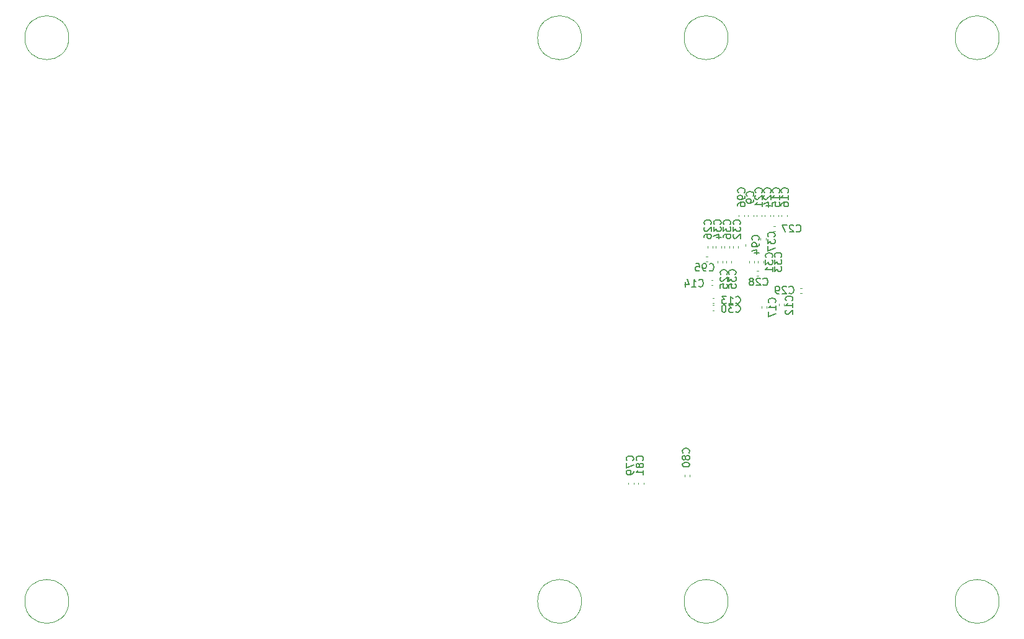
<source format=gbr>
%TF.GenerationSoftware,KiCad,Pcbnew,5.1.10-88a1d61d58~88~ubuntu20.04.1*%
%TF.CreationDate,2021-07-12T14:39:34+08:00*%
%TF.ProjectId,TestAutomation,54657374-4175-4746-9f6d-6174696f6e2e,rev?*%
%TF.SameCoordinates,Original*%
%TF.FileFunction,Legend,Bot*%
%TF.FilePolarity,Positive*%
%FSLAX46Y46*%
G04 Gerber Fmt 4.6, Leading zero omitted, Abs format (unit mm)*
G04 Created by KiCad (PCBNEW 5.1.10-88a1d61d58~88~ubuntu20.04.1) date 2021-07-12 14:39:34*
%MOMM*%
%LPD*%
G01*
G04 APERTURE LIST*
%ADD10C,0.120000*%
%ADD11C,0.150000*%
G04 APERTURE END LIST*
D10*
%TO.C,M3*%
X156000000Y-57000000D02*
G75*
G03*
X156000000Y-57000000I-3000000J0D01*
G01*
X156000000Y-134000000D02*
G75*
G03*
X156000000Y-134000000I-3000000J0D01*
G01*
X176000000Y-57000000D02*
G75*
G03*
X176000000Y-57000000I-3000000J0D01*
G01*
X176000000Y-134000000D02*
G75*
G03*
X176000000Y-134000000I-3000000J0D01*
G01*
X213000000Y-57000000D02*
G75*
G03*
X213000000Y-57000000I-3000000J0D01*
G01*
X86000000Y-57000000D02*
G75*
G03*
X86000000Y-57000000I-3000000J0D01*
G01*
X86000000Y-134000000D02*
G75*
G03*
X86000000Y-134000000I-3000000J0D01*
G01*
X213000000Y-134000000D02*
G75*
G03*
X213000000Y-134000000I-3000000J0D01*
G01*
%TO.C,C96*%
X178200000Y-81212164D02*
X178200000Y-81427836D01*
X177480000Y-81212164D02*
X177480000Y-81427836D01*
%TO.C,C95*%
X172982164Y-86890000D02*
X173197836Y-86890000D01*
X172982164Y-87610000D02*
X173197836Y-87610000D01*
%TO.C,C94*%
X179140000Y-85222164D02*
X179140000Y-85437836D01*
X178420000Y-85222164D02*
X178420000Y-85437836D01*
%TO.C,C24*%
X181007664Y-81212164D02*
X181007664Y-81427836D01*
X181727664Y-81212164D02*
X181727664Y-81427836D01*
%TO.C,C21*%
X179863832Y-81212164D02*
X179863832Y-81427836D01*
X180583832Y-81212164D02*
X180583832Y-81427836D01*
%TO.C,C81*%
X163740000Y-117977836D02*
X163740000Y-117762164D01*
X164460000Y-117977836D02*
X164460000Y-117762164D01*
%TO.C,C80*%
X170060000Y-116927836D02*
X170060000Y-116712164D01*
X170780000Y-116927836D02*
X170780000Y-116712164D01*
%TO.C,C79*%
X162402500Y-117977836D02*
X162402500Y-117762164D01*
X163122500Y-117977836D02*
X163122500Y-117762164D01*
%TO.C,C17*%
X180560000Y-93927836D02*
X180560000Y-93712164D01*
X181280000Y-93927836D02*
X181280000Y-93712164D01*
%TO.C,C16*%
X184015330Y-81212164D02*
X184015330Y-81427836D01*
X183295330Y-81212164D02*
X183295330Y-81427836D01*
%TO.C,C37*%
X181150000Y-84362164D02*
X181150000Y-84577836D01*
X180430000Y-84362164D02*
X180430000Y-84577836D01*
%TO.C,C15*%
X182871496Y-81212164D02*
X182871496Y-81427836D01*
X182151496Y-81212164D02*
X182151496Y-81427836D01*
%TO.C,C36*%
X176220000Y-85482164D02*
X176220000Y-85697836D01*
X175500000Y-85482164D02*
X175500000Y-85697836D01*
%TO.C,C35*%
X176470000Y-87532164D02*
X176470000Y-87747836D01*
X175750000Y-87532164D02*
X175750000Y-87747836D01*
%TO.C,C14*%
X173692164Y-90800000D02*
X173907836Y-90800000D01*
X173692164Y-90080000D02*
X173907836Y-90080000D01*
%TO.C,C34*%
X175070000Y-85482164D02*
X175070000Y-85697836D01*
X174350000Y-85482164D02*
X174350000Y-85697836D01*
%TO.C,C33*%
X180804000Y-87532164D02*
X180804000Y-87747836D01*
X180084000Y-87532164D02*
X180084000Y-87747836D01*
%TO.C,C13*%
X173862164Y-92540000D02*
X174077836Y-92540000D01*
X173862164Y-93260000D02*
X174077836Y-93260000D01*
%TO.C,C32*%
X177370000Y-85482164D02*
X177370000Y-85697836D01*
X176650000Y-85482164D02*
X176650000Y-85697836D01*
%TO.C,C31*%
X179607000Y-87532164D02*
X179607000Y-87747836D01*
X178887000Y-87532164D02*
X178887000Y-87747836D01*
%TO.C,C12*%
X182930000Y-93547836D02*
X182930000Y-93332164D01*
X183650000Y-93547836D02*
X183650000Y-93332164D01*
%TO.C,C30*%
X173862164Y-93540000D02*
X174077836Y-93540000D01*
X173862164Y-94260000D02*
X174077836Y-94260000D01*
%TO.C,C29*%
X186077836Y-91930000D02*
X185862164Y-91930000D01*
X186077836Y-91210000D02*
X185862164Y-91210000D01*
%TO.C,C28*%
X179922164Y-88820000D02*
X180137836Y-88820000D01*
X179922164Y-89540000D02*
X180137836Y-89540000D01*
%TO.C,C27*%
X182232164Y-82720000D02*
X182447836Y-82720000D01*
X182232164Y-83440000D02*
X182447836Y-83440000D01*
%TO.C,C26*%
X173200000Y-85697836D02*
X173200000Y-85482164D01*
X173920000Y-85697836D02*
X173920000Y-85482164D01*
%TO.C,C25*%
X174550000Y-87747836D02*
X174550000Y-87532164D01*
X175270000Y-87747836D02*
X175270000Y-87532164D01*
%TO.C,C9*%
X178720000Y-81427836D02*
X178720000Y-81212164D01*
X179440000Y-81427836D02*
X179440000Y-81212164D01*
%TO.C,C96*%
D11*
X178217142Y-78147142D02*
X178264761Y-78099523D01*
X178312380Y-77956666D01*
X178312380Y-77861428D01*
X178264761Y-77718571D01*
X178169523Y-77623333D01*
X178074285Y-77575714D01*
X177883809Y-77528095D01*
X177740952Y-77528095D01*
X177550476Y-77575714D01*
X177455238Y-77623333D01*
X177360000Y-77718571D01*
X177312380Y-77861428D01*
X177312380Y-77956666D01*
X177360000Y-78099523D01*
X177407619Y-78147142D01*
X178312380Y-78623333D02*
X178312380Y-78813809D01*
X178264761Y-78909047D01*
X178217142Y-78956666D01*
X178074285Y-79051904D01*
X177883809Y-79099523D01*
X177502857Y-79099523D01*
X177407619Y-79051904D01*
X177360000Y-79004285D01*
X177312380Y-78909047D01*
X177312380Y-78718571D01*
X177360000Y-78623333D01*
X177407619Y-78575714D01*
X177502857Y-78528095D01*
X177740952Y-78528095D01*
X177836190Y-78575714D01*
X177883809Y-78623333D01*
X177931428Y-78718571D01*
X177931428Y-78909047D01*
X177883809Y-79004285D01*
X177836190Y-79051904D01*
X177740952Y-79099523D01*
X177312380Y-79956666D02*
X177312380Y-79766190D01*
X177360000Y-79670952D01*
X177407619Y-79623333D01*
X177550476Y-79528095D01*
X177740952Y-79480476D01*
X178121904Y-79480476D01*
X178217142Y-79528095D01*
X178264761Y-79575714D01*
X178312380Y-79670952D01*
X178312380Y-79861428D01*
X178264761Y-79956666D01*
X178217142Y-80004285D01*
X178121904Y-80051904D01*
X177883809Y-80051904D01*
X177788571Y-80004285D01*
X177740952Y-79956666D01*
X177693333Y-79861428D01*
X177693333Y-79670952D01*
X177740952Y-79575714D01*
X177788571Y-79528095D01*
X177883809Y-79480476D01*
%TO.C,C95*%
X173432857Y-88767142D02*
X173480476Y-88814761D01*
X173623333Y-88862380D01*
X173718571Y-88862380D01*
X173861428Y-88814761D01*
X173956666Y-88719523D01*
X174004285Y-88624285D01*
X174051904Y-88433809D01*
X174051904Y-88290952D01*
X174004285Y-88100476D01*
X173956666Y-88005238D01*
X173861428Y-87910000D01*
X173718571Y-87862380D01*
X173623333Y-87862380D01*
X173480476Y-87910000D01*
X173432857Y-87957619D01*
X172956666Y-88862380D02*
X172766190Y-88862380D01*
X172670952Y-88814761D01*
X172623333Y-88767142D01*
X172528095Y-88624285D01*
X172480476Y-88433809D01*
X172480476Y-88052857D01*
X172528095Y-87957619D01*
X172575714Y-87910000D01*
X172670952Y-87862380D01*
X172861428Y-87862380D01*
X172956666Y-87910000D01*
X173004285Y-87957619D01*
X173051904Y-88052857D01*
X173051904Y-88290952D01*
X173004285Y-88386190D01*
X172956666Y-88433809D01*
X172861428Y-88481428D01*
X172670952Y-88481428D01*
X172575714Y-88433809D01*
X172528095Y-88386190D01*
X172480476Y-88290952D01*
X171575714Y-87862380D02*
X172051904Y-87862380D01*
X172099523Y-88338571D01*
X172051904Y-88290952D01*
X171956666Y-88243333D01*
X171718571Y-88243333D01*
X171623333Y-88290952D01*
X171575714Y-88338571D01*
X171528095Y-88433809D01*
X171528095Y-88671904D01*
X171575714Y-88767142D01*
X171623333Y-88814761D01*
X171718571Y-88862380D01*
X171956666Y-88862380D01*
X172051904Y-88814761D01*
X172099523Y-88767142D01*
%TO.C,C94*%
X180157142Y-84607142D02*
X180204761Y-84559523D01*
X180252380Y-84416666D01*
X180252380Y-84321428D01*
X180204761Y-84178571D01*
X180109523Y-84083333D01*
X180014285Y-84035714D01*
X179823809Y-83988095D01*
X179680952Y-83988095D01*
X179490476Y-84035714D01*
X179395238Y-84083333D01*
X179300000Y-84178571D01*
X179252380Y-84321428D01*
X179252380Y-84416666D01*
X179300000Y-84559523D01*
X179347619Y-84607142D01*
X180252380Y-85083333D02*
X180252380Y-85273809D01*
X180204761Y-85369047D01*
X180157142Y-85416666D01*
X180014285Y-85511904D01*
X179823809Y-85559523D01*
X179442857Y-85559523D01*
X179347619Y-85511904D01*
X179300000Y-85464285D01*
X179252380Y-85369047D01*
X179252380Y-85178571D01*
X179300000Y-85083333D01*
X179347619Y-85035714D01*
X179442857Y-84988095D01*
X179680952Y-84988095D01*
X179776190Y-85035714D01*
X179823809Y-85083333D01*
X179871428Y-85178571D01*
X179871428Y-85369047D01*
X179823809Y-85464285D01*
X179776190Y-85511904D01*
X179680952Y-85559523D01*
X179585714Y-86416666D02*
X180252380Y-86416666D01*
X179204761Y-86178571D02*
X179919047Y-85940476D01*
X179919047Y-86559523D01*
%TO.C,C24*%
X181775142Y-78147142D02*
X181822761Y-78099523D01*
X181870380Y-77956666D01*
X181870380Y-77861428D01*
X181822761Y-77718571D01*
X181727523Y-77623333D01*
X181632285Y-77575714D01*
X181441809Y-77528095D01*
X181298952Y-77528095D01*
X181108476Y-77575714D01*
X181013238Y-77623333D01*
X180918000Y-77718571D01*
X180870380Y-77861428D01*
X180870380Y-77956666D01*
X180918000Y-78099523D01*
X180965619Y-78147142D01*
X180965619Y-78528095D02*
X180918000Y-78575714D01*
X180870380Y-78670952D01*
X180870380Y-78909047D01*
X180918000Y-79004285D01*
X180965619Y-79051904D01*
X181060857Y-79099523D01*
X181156095Y-79099523D01*
X181298952Y-79051904D01*
X181870380Y-78480476D01*
X181870380Y-79099523D01*
X181203714Y-79956666D02*
X181870380Y-79956666D01*
X180822761Y-79718571D02*
X181537047Y-79480476D01*
X181537047Y-80099523D01*
%TO.C,C21*%
X180589142Y-78147142D02*
X180636761Y-78099523D01*
X180684380Y-77956666D01*
X180684380Y-77861428D01*
X180636761Y-77718571D01*
X180541523Y-77623333D01*
X180446285Y-77575714D01*
X180255809Y-77528095D01*
X180112952Y-77528095D01*
X179922476Y-77575714D01*
X179827238Y-77623333D01*
X179732000Y-77718571D01*
X179684380Y-77861428D01*
X179684380Y-77956666D01*
X179732000Y-78099523D01*
X179779619Y-78147142D01*
X179779619Y-78528095D02*
X179732000Y-78575714D01*
X179684380Y-78670952D01*
X179684380Y-78909047D01*
X179732000Y-79004285D01*
X179779619Y-79051904D01*
X179874857Y-79099523D01*
X179970095Y-79099523D01*
X180112952Y-79051904D01*
X180684380Y-78480476D01*
X180684380Y-79099523D01*
X180684380Y-80051904D02*
X180684380Y-79480476D01*
X180684380Y-79766190D02*
X179684380Y-79766190D01*
X179827238Y-79670952D01*
X179922476Y-79575714D01*
X179970095Y-79480476D01*
%TO.C,C81*%
X164347142Y-114757142D02*
X164394761Y-114709523D01*
X164442380Y-114566666D01*
X164442380Y-114471428D01*
X164394761Y-114328571D01*
X164299523Y-114233333D01*
X164204285Y-114185714D01*
X164013809Y-114138095D01*
X163870952Y-114138095D01*
X163680476Y-114185714D01*
X163585238Y-114233333D01*
X163490000Y-114328571D01*
X163442380Y-114471428D01*
X163442380Y-114566666D01*
X163490000Y-114709523D01*
X163537619Y-114757142D01*
X163870952Y-115328571D02*
X163823333Y-115233333D01*
X163775714Y-115185714D01*
X163680476Y-115138095D01*
X163632857Y-115138095D01*
X163537619Y-115185714D01*
X163490000Y-115233333D01*
X163442380Y-115328571D01*
X163442380Y-115519047D01*
X163490000Y-115614285D01*
X163537619Y-115661904D01*
X163632857Y-115709523D01*
X163680476Y-115709523D01*
X163775714Y-115661904D01*
X163823333Y-115614285D01*
X163870952Y-115519047D01*
X163870952Y-115328571D01*
X163918571Y-115233333D01*
X163966190Y-115185714D01*
X164061428Y-115138095D01*
X164251904Y-115138095D01*
X164347142Y-115185714D01*
X164394761Y-115233333D01*
X164442380Y-115328571D01*
X164442380Y-115519047D01*
X164394761Y-115614285D01*
X164347142Y-115661904D01*
X164251904Y-115709523D01*
X164061428Y-115709523D01*
X163966190Y-115661904D01*
X163918571Y-115614285D01*
X163870952Y-115519047D01*
X164442380Y-116661904D02*
X164442380Y-116090476D01*
X164442380Y-116376190D02*
X163442380Y-116376190D01*
X163585238Y-116280952D01*
X163680476Y-116185714D01*
X163728095Y-116090476D01*
%TO.C,C80*%
X170667142Y-113707142D02*
X170714761Y-113659523D01*
X170762380Y-113516666D01*
X170762380Y-113421428D01*
X170714761Y-113278571D01*
X170619523Y-113183333D01*
X170524285Y-113135714D01*
X170333809Y-113088095D01*
X170190952Y-113088095D01*
X170000476Y-113135714D01*
X169905238Y-113183333D01*
X169810000Y-113278571D01*
X169762380Y-113421428D01*
X169762380Y-113516666D01*
X169810000Y-113659523D01*
X169857619Y-113707142D01*
X170190952Y-114278571D02*
X170143333Y-114183333D01*
X170095714Y-114135714D01*
X170000476Y-114088095D01*
X169952857Y-114088095D01*
X169857619Y-114135714D01*
X169810000Y-114183333D01*
X169762380Y-114278571D01*
X169762380Y-114469047D01*
X169810000Y-114564285D01*
X169857619Y-114611904D01*
X169952857Y-114659523D01*
X170000476Y-114659523D01*
X170095714Y-114611904D01*
X170143333Y-114564285D01*
X170190952Y-114469047D01*
X170190952Y-114278571D01*
X170238571Y-114183333D01*
X170286190Y-114135714D01*
X170381428Y-114088095D01*
X170571904Y-114088095D01*
X170667142Y-114135714D01*
X170714761Y-114183333D01*
X170762380Y-114278571D01*
X170762380Y-114469047D01*
X170714761Y-114564285D01*
X170667142Y-114611904D01*
X170571904Y-114659523D01*
X170381428Y-114659523D01*
X170286190Y-114611904D01*
X170238571Y-114564285D01*
X170190952Y-114469047D01*
X169762380Y-115278571D02*
X169762380Y-115373809D01*
X169810000Y-115469047D01*
X169857619Y-115516666D01*
X169952857Y-115564285D01*
X170143333Y-115611904D01*
X170381428Y-115611904D01*
X170571904Y-115564285D01*
X170667142Y-115516666D01*
X170714761Y-115469047D01*
X170762380Y-115373809D01*
X170762380Y-115278571D01*
X170714761Y-115183333D01*
X170667142Y-115135714D01*
X170571904Y-115088095D01*
X170381428Y-115040476D01*
X170143333Y-115040476D01*
X169952857Y-115088095D01*
X169857619Y-115135714D01*
X169810000Y-115183333D01*
X169762380Y-115278571D01*
%TO.C,C79*%
X163009642Y-114757142D02*
X163057261Y-114709523D01*
X163104880Y-114566666D01*
X163104880Y-114471428D01*
X163057261Y-114328571D01*
X162962023Y-114233333D01*
X162866785Y-114185714D01*
X162676309Y-114138095D01*
X162533452Y-114138095D01*
X162342976Y-114185714D01*
X162247738Y-114233333D01*
X162152500Y-114328571D01*
X162104880Y-114471428D01*
X162104880Y-114566666D01*
X162152500Y-114709523D01*
X162200119Y-114757142D01*
X162104880Y-115090476D02*
X162104880Y-115757142D01*
X163104880Y-115328571D01*
X163104880Y-116185714D02*
X163104880Y-116376190D01*
X163057261Y-116471428D01*
X163009642Y-116519047D01*
X162866785Y-116614285D01*
X162676309Y-116661904D01*
X162295357Y-116661904D01*
X162200119Y-116614285D01*
X162152500Y-116566666D01*
X162104880Y-116471428D01*
X162104880Y-116280952D01*
X162152500Y-116185714D01*
X162200119Y-116138095D01*
X162295357Y-116090476D01*
X162533452Y-116090476D01*
X162628690Y-116138095D01*
X162676309Y-116185714D01*
X162723928Y-116280952D01*
X162723928Y-116471428D01*
X162676309Y-116566666D01*
X162628690Y-116614285D01*
X162533452Y-116661904D01*
%TO.C,C17*%
X182407142Y-93187142D02*
X182454761Y-93139523D01*
X182502380Y-92996666D01*
X182502380Y-92901428D01*
X182454761Y-92758571D01*
X182359523Y-92663333D01*
X182264285Y-92615714D01*
X182073809Y-92568095D01*
X181930952Y-92568095D01*
X181740476Y-92615714D01*
X181645238Y-92663333D01*
X181550000Y-92758571D01*
X181502380Y-92901428D01*
X181502380Y-92996666D01*
X181550000Y-93139523D01*
X181597619Y-93187142D01*
X182502380Y-94139523D02*
X182502380Y-93568095D01*
X182502380Y-93853809D02*
X181502380Y-93853809D01*
X181645238Y-93758571D01*
X181740476Y-93663333D01*
X181788095Y-93568095D01*
X181502380Y-94472857D02*
X181502380Y-95139523D01*
X182502380Y-94710952D01*
%TO.C,C16*%
X184147142Y-78147142D02*
X184194761Y-78099523D01*
X184242380Y-77956666D01*
X184242380Y-77861428D01*
X184194761Y-77718571D01*
X184099523Y-77623333D01*
X184004285Y-77575714D01*
X183813809Y-77528095D01*
X183670952Y-77528095D01*
X183480476Y-77575714D01*
X183385238Y-77623333D01*
X183290000Y-77718571D01*
X183242380Y-77861428D01*
X183242380Y-77956666D01*
X183290000Y-78099523D01*
X183337619Y-78147142D01*
X184242380Y-79099523D02*
X184242380Y-78528095D01*
X184242380Y-78813809D02*
X183242380Y-78813809D01*
X183385238Y-78718571D01*
X183480476Y-78623333D01*
X183528095Y-78528095D01*
X183242380Y-79956666D02*
X183242380Y-79766190D01*
X183290000Y-79670952D01*
X183337619Y-79623333D01*
X183480476Y-79528095D01*
X183670952Y-79480476D01*
X184051904Y-79480476D01*
X184147142Y-79528095D01*
X184194761Y-79575714D01*
X184242380Y-79670952D01*
X184242380Y-79861428D01*
X184194761Y-79956666D01*
X184147142Y-80004285D01*
X184051904Y-80051904D01*
X183813809Y-80051904D01*
X183718571Y-80004285D01*
X183670952Y-79956666D01*
X183623333Y-79861428D01*
X183623333Y-79670952D01*
X183670952Y-79575714D01*
X183718571Y-79528095D01*
X183813809Y-79480476D01*
%TO.C,C37*%
X182307142Y-84187142D02*
X182354761Y-84139523D01*
X182402380Y-83996666D01*
X182402380Y-83901428D01*
X182354761Y-83758571D01*
X182259523Y-83663333D01*
X182164285Y-83615714D01*
X181973809Y-83568095D01*
X181830952Y-83568095D01*
X181640476Y-83615714D01*
X181545238Y-83663333D01*
X181450000Y-83758571D01*
X181402380Y-83901428D01*
X181402380Y-83996666D01*
X181450000Y-84139523D01*
X181497619Y-84187142D01*
X181402380Y-84520476D02*
X181402380Y-85139523D01*
X181783333Y-84806190D01*
X181783333Y-84949047D01*
X181830952Y-85044285D01*
X181878571Y-85091904D01*
X181973809Y-85139523D01*
X182211904Y-85139523D01*
X182307142Y-85091904D01*
X182354761Y-85044285D01*
X182402380Y-84949047D01*
X182402380Y-84663333D01*
X182354761Y-84568095D01*
X182307142Y-84520476D01*
X181402380Y-85472857D02*
X181402380Y-86139523D01*
X182402380Y-85710952D01*
%TO.C,C15*%
X182961142Y-78147142D02*
X183008761Y-78099523D01*
X183056380Y-77956666D01*
X183056380Y-77861428D01*
X183008761Y-77718571D01*
X182913523Y-77623333D01*
X182818285Y-77575714D01*
X182627809Y-77528095D01*
X182484952Y-77528095D01*
X182294476Y-77575714D01*
X182199238Y-77623333D01*
X182104000Y-77718571D01*
X182056380Y-77861428D01*
X182056380Y-77956666D01*
X182104000Y-78099523D01*
X182151619Y-78147142D01*
X183056380Y-79099523D02*
X183056380Y-78528095D01*
X183056380Y-78813809D02*
X182056380Y-78813809D01*
X182199238Y-78718571D01*
X182294476Y-78623333D01*
X182342095Y-78528095D01*
X182056380Y-80004285D02*
X182056380Y-79528095D01*
X182532571Y-79480476D01*
X182484952Y-79528095D01*
X182437333Y-79623333D01*
X182437333Y-79861428D01*
X182484952Y-79956666D01*
X182532571Y-80004285D01*
X182627809Y-80051904D01*
X182865904Y-80051904D01*
X182961142Y-80004285D01*
X183008761Y-79956666D01*
X183056380Y-79861428D01*
X183056380Y-79623333D01*
X183008761Y-79528095D01*
X182961142Y-79480476D01*
%TO.C,C36*%
X176267142Y-82497142D02*
X176314761Y-82449523D01*
X176362380Y-82306666D01*
X176362380Y-82211428D01*
X176314761Y-82068571D01*
X176219523Y-81973333D01*
X176124285Y-81925714D01*
X175933809Y-81878095D01*
X175790952Y-81878095D01*
X175600476Y-81925714D01*
X175505238Y-81973333D01*
X175410000Y-82068571D01*
X175362380Y-82211428D01*
X175362380Y-82306666D01*
X175410000Y-82449523D01*
X175457619Y-82497142D01*
X175362380Y-82830476D02*
X175362380Y-83449523D01*
X175743333Y-83116190D01*
X175743333Y-83259047D01*
X175790952Y-83354285D01*
X175838571Y-83401904D01*
X175933809Y-83449523D01*
X176171904Y-83449523D01*
X176267142Y-83401904D01*
X176314761Y-83354285D01*
X176362380Y-83259047D01*
X176362380Y-82973333D01*
X176314761Y-82878095D01*
X176267142Y-82830476D01*
X175362380Y-84306666D02*
X175362380Y-84116190D01*
X175410000Y-84020952D01*
X175457619Y-83973333D01*
X175600476Y-83878095D01*
X175790952Y-83830476D01*
X176171904Y-83830476D01*
X176267142Y-83878095D01*
X176314761Y-83925714D01*
X176362380Y-84020952D01*
X176362380Y-84211428D01*
X176314761Y-84306666D01*
X176267142Y-84354285D01*
X176171904Y-84401904D01*
X175933809Y-84401904D01*
X175838571Y-84354285D01*
X175790952Y-84306666D01*
X175743333Y-84211428D01*
X175743333Y-84020952D01*
X175790952Y-83925714D01*
X175838571Y-83878095D01*
X175933809Y-83830476D01*
%TO.C,C35*%
X176977142Y-89327142D02*
X177024761Y-89279523D01*
X177072380Y-89136666D01*
X177072380Y-89041428D01*
X177024761Y-88898571D01*
X176929523Y-88803333D01*
X176834285Y-88755714D01*
X176643809Y-88708095D01*
X176500952Y-88708095D01*
X176310476Y-88755714D01*
X176215238Y-88803333D01*
X176120000Y-88898571D01*
X176072380Y-89041428D01*
X176072380Y-89136666D01*
X176120000Y-89279523D01*
X176167619Y-89327142D01*
X176072380Y-89660476D02*
X176072380Y-90279523D01*
X176453333Y-89946190D01*
X176453333Y-90089047D01*
X176500952Y-90184285D01*
X176548571Y-90231904D01*
X176643809Y-90279523D01*
X176881904Y-90279523D01*
X176977142Y-90231904D01*
X177024761Y-90184285D01*
X177072380Y-90089047D01*
X177072380Y-89803333D01*
X177024761Y-89708095D01*
X176977142Y-89660476D01*
X176072380Y-91184285D02*
X176072380Y-90708095D01*
X176548571Y-90660476D01*
X176500952Y-90708095D01*
X176453333Y-90803333D01*
X176453333Y-91041428D01*
X176500952Y-91136666D01*
X176548571Y-91184285D01*
X176643809Y-91231904D01*
X176881904Y-91231904D01*
X176977142Y-91184285D01*
X177024761Y-91136666D01*
X177072380Y-91041428D01*
X177072380Y-90803333D01*
X177024761Y-90708095D01*
X176977142Y-90660476D01*
%TO.C,C14*%
X172002857Y-90917142D02*
X172050476Y-90964761D01*
X172193333Y-91012380D01*
X172288571Y-91012380D01*
X172431428Y-90964761D01*
X172526666Y-90869523D01*
X172574285Y-90774285D01*
X172621904Y-90583809D01*
X172621904Y-90440952D01*
X172574285Y-90250476D01*
X172526666Y-90155238D01*
X172431428Y-90060000D01*
X172288571Y-90012380D01*
X172193333Y-90012380D01*
X172050476Y-90060000D01*
X172002857Y-90107619D01*
X171050476Y-91012380D02*
X171621904Y-91012380D01*
X171336190Y-91012380D02*
X171336190Y-90012380D01*
X171431428Y-90155238D01*
X171526666Y-90250476D01*
X171621904Y-90298095D01*
X170193333Y-90345714D02*
X170193333Y-91012380D01*
X170431428Y-89964761D02*
X170669523Y-90679047D01*
X170050476Y-90679047D01*
%TO.C,C34*%
X174947142Y-82497142D02*
X174994761Y-82449523D01*
X175042380Y-82306666D01*
X175042380Y-82211428D01*
X174994761Y-82068571D01*
X174899523Y-81973333D01*
X174804285Y-81925714D01*
X174613809Y-81878095D01*
X174470952Y-81878095D01*
X174280476Y-81925714D01*
X174185238Y-81973333D01*
X174090000Y-82068571D01*
X174042380Y-82211428D01*
X174042380Y-82306666D01*
X174090000Y-82449523D01*
X174137619Y-82497142D01*
X174042380Y-82830476D02*
X174042380Y-83449523D01*
X174423333Y-83116190D01*
X174423333Y-83259047D01*
X174470952Y-83354285D01*
X174518571Y-83401904D01*
X174613809Y-83449523D01*
X174851904Y-83449523D01*
X174947142Y-83401904D01*
X174994761Y-83354285D01*
X175042380Y-83259047D01*
X175042380Y-82973333D01*
X174994761Y-82878095D01*
X174947142Y-82830476D01*
X174375714Y-84306666D02*
X175042380Y-84306666D01*
X173994761Y-84068571D02*
X174709047Y-83830476D01*
X174709047Y-84449523D01*
%TO.C,C33*%
X183227142Y-86987142D02*
X183274761Y-86939523D01*
X183322380Y-86796666D01*
X183322380Y-86701428D01*
X183274761Y-86558571D01*
X183179523Y-86463333D01*
X183084285Y-86415714D01*
X182893809Y-86368095D01*
X182750952Y-86368095D01*
X182560476Y-86415714D01*
X182465238Y-86463333D01*
X182370000Y-86558571D01*
X182322380Y-86701428D01*
X182322380Y-86796666D01*
X182370000Y-86939523D01*
X182417619Y-86987142D01*
X182322380Y-87320476D02*
X182322380Y-87939523D01*
X182703333Y-87606190D01*
X182703333Y-87749047D01*
X182750952Y-87844285D01*
X182798571Y-87891904D01*
X182893809Y-87939523D01*
X183131904Y-87939523D01*
X183227142Y-87891904D01*
X183274761Y-87844285D01*
X183322380Y-87749047D01*
X183322380Y-87463333D01*
X183274761Y-87368095D01*
X183227142Y-87320476D01*
X182322380Y-88272857D02*
X182322380Y-88891904D01*
X182703333Y-88558571D01*
X182703333Y-88701428D01*
X182750952Y-88796666D01*
X182798571Y-88844285D01*
X182893809Y-88891904D01*
X183131904Y-88891904D01*
X183227142Y-88844285D01*
X183274761Y-88796666D01*
X183322380Y-88701428D01*
X183322380Y-88415714D01*
X183274761Y-88320476D01*
X183227142Y-88272857D01*
%TO.C,C13*%
X177042857Y-93237142D02*
X177090476Y-93284761D01*
X177233333Y-93332380D01*
X177328571Y-93332380D01*
X177471428Y-93284761D01*
X177566666Y-93189523D01*
X177614285Y-93094285D01*
X177661904Y-92903809D01*
X177661904Y-92760952D01*
X177614285Y-92570476D01*
X177566666Y-92475238D01*
X177471428Y-92380000D01*
X177328571Y-92332380D01*
X177233333Y-92332380D01*
X177090476Y-92380000D01*
X177042857Y-92427619D01*
X176090476Y-93332380D02*
X176661904Y-93332380D01*
X176376190Y-93332380D02*
X176376190Y-92332380D01*
X176471428Y-92475238D01*
X176566666Y-92570476D01*
X176661904Y-92618095D01*
X175757142Y-92332380D02*
X175138095Y-92332380D01*
X175471428Y-92713333D01*
X175328571Y-92713333D01*
X175233333Y-92760952D01*
X175185714Y-92808571D01*
X175138095Y-92903809D01*
X175138095Y-93141904D01*
X175185714Y-93237142D01*
X175233333Y-93284761D01*
X175328571Y-93332380D01*
X175614285Y-93332380D01*
X175709523Y-93284761D01*
X175757142Y-93237142D01*
%TO.C,C32*%
X177587142Y-82497142D02*
X177634761Y-82449523D01*
X177682380Y-82306666D01*
X177682380Y-82211428D01*
X177634761Y-82068571D01*
X177539523Y-81973333D01*
X177444285Y-81925714D01*
X177253809Y-81878095D01*
X177110952Y-81878095D01*
X176920476Y-81925714D01*
X176825238Y-81973333D01*
X176730000Y-82068571D01*
X176682380Y-82211428D01*
X176682380Y-82306666D01*
X176730000Y-82449523D01*
X176777619Y-82497142D01*
X176682380Y-82830476D02*
X176682380Y-83449523D01*
X177063333Y-83116190D01*
X177063333Y-83259047D01*
X177110952Y-83354285D01*
X177158571Y-83401904D01*
X177253809Y-83449523D01*
X177491904Y-83449523D01*
X177587142Y-83401904D01*
X177634761Y-83354285D01*
X177682380Y-83259047D01*
X177682380Y-82973333D01*
X177634761Y-82878095D01*
X177587142Y-82830476D01*
X176777619Y-83830476D02*
X176730000Y-83878095D01*
X176682380Y-83973333D01*
X176682380Y-84211428D01*
X176730000Y-84306666D01*
X176777619Y-84354285D01*
X176872857Y-84401904D01*
X176968095Y-84401904D01*
X177110952Y-84354285D01*
X177682380Y-83782857D01*
X177682380Y-84401904D01*
%TO.C,C31*%
X181997142Y-87017142D02*
X182044761Y-86969523D01*
X182092380Y-86826666D01*
X182092380Y-86731428D01*
X182044761Y-86588571D01*
X181949523Y-86493333D01*
X181854285Y-86445714D01*
X181663809Y-86398095D01*
X181520952Y-86398095D01*
X181330476Y-86445714D01*
X181235238Y-86493333D01*
X181140000Y-86588571D01*
X181092380Y-86731428D01*
X181092380Y-86826666D01*
X181140000Y-86969523D01*
X181187619Y-87017142D01*
X181092380Y-87350476D02*
X181092380Y-87969523D01*
X181473333Y-87636190D01*
X181473333Y-87779047D01*
X181520952Y-87874285D01*
X181568571Y-87921904D01*
X181663809Y-87969523D01*
X181901904Y-87969523D01*
X181997142Y-87921904D01*
X182044761Y-87874285D01*
X182092380Y-87779047D01*
X182092380Y-87493333D01*
X182044761Y-87398095D01*
X181997142Y-87350476D01*
X182092380Y-88921904D02*
X182092380Y-88350476D01*
X182092380Y-88636190D02*
X181092380Y-88636190D01*
X181235238Y-88540952D01*
X181330476Y-88445714D01*
X181378095Y-88350476D01*
%TO.C,C12*%
X184737142Y-92907142D02*
X184784761Y-92859523D01*
X184832380Y-92716666D01*
X184832380Y-92621428D01*
X184784761Y-92478571D01*
X184689523Y-92383333D01*
X184594285Y-92335714D01*
X184403809Y-92288095D01*
X184260952Y-92288095D01*
X184070476Y-92335714D01*
X183975238Y-92383333D01*
X183880000Y-92478571D01*
X183832380Y-92621428D01*
X183832380Y-92716666D01*
X183880000Y-92859523D01*
X183927619Y-92907142D01*
X184832380Y-93859523D02*
X184832380Y-93288095D01*
X184832380Y-93573809D02*
X183832380Y-93573809D01*
X183975238Y-93478571D01*
X184070476Y-93383333D01*
X184118095Y-93288095D01*
X183927619Y-94240476D02*
X183880000Y-94288095D01*
X183832380Y-94383333D01*
X183832380Y-94621428D01*
X183880000Y-94716666D01*
X183927619Y-94764285D01*
X184022857Y-94811904D01*
X184118095Y-94811904D01*
X184260952Y-94764285D01*
X184832380Y-94192857D01*
X184832380Y-94811904D01*
%TO.C,C30*%
X177042857Y-94427142D02*
X177090476Y-94474761D01*
X177233333Y-94522380D01*
X177328571Y-94522380D01*
X177471428Y-94474761D01*
X177566666Y-94379523D01*
X177614285Y-94284285D01*
X177661904Y-94093809D01*
X177661904Y-93950952D01*
X177614285Y-93760476D01*
X177566666Y-93665238D01*
X177471428Y-93570000D01*
X177328571Y-93522380D01*
X177233333Y-93522380D01*
X177090476Y-93570000D01*
X177042857Y-93617619D01*
X176709523Y-93522380D02*
X176090476Y-93522380D01*
X176423809Y-93903333D01*
X176280952Y-93903333D01*
X176185714Y-93950952D01*
X176138095Y-93998571D01*
X176090476Y-94093809D01*
X176090476Y-94331904D01*
X176138095Y-94427142D01*
X176185714Y-94474761D01*
X176280952Y-94522380D01*
X176566666Y-94522380D01*
X176661904Y-94474761D01*
X176709523Y-94427142D01*
X175471428Y-93522380D02*
X175376190Y-93522380D01*
X175280952Y-93570000D01*
X175233333Y-93617619D01*
X175185714Y-93712857D01*
X175138095Y-93903333D01*
X175138095Y-94141428D01*
X175185714Y-94331904D01*
X175233333Y-94427142D01*
X175280952Y-94474761D01*
X175376190Y-94522380D01*
X175471428Y-94522380D01*
X175566666Y-94474761D01*
X175614285Y-94427142D01*
X175661904Y-94331904D01*
X175709523Y-94141428D01*
X175709523Y-93903333D01*
X175661904Y-93712857D01*
X175614285Y-93617619D01*
X175566666Y-93570000D01*
X175471428Y-93522380D01*
%TO.C,C29*%
X184342857Y-91857142D02*
X184390476Y-91904761D01*
X184533333Y-91952380D01*
X184628571Y-91952380D01*
X184771428Y-91904761D01*
X184866666Y-91809523D01*
X184914285Y-91714285D01*
X184961904Y-91523809D01*
X184961904Y-91380952D01*
X184914285Y-91190476D01*
X184866666Y-91095238D01*
X184771428Y-91000000D01*
X184628571Y-90952380D01*
X184533333Y-90952380D01*
X184390476Y-91000000D01*
X184342857Y-91047619D01*
X183961904Y-91047619D02*
X183914285Y-91000000D01*
X183819047Y-90952380D01*
X183580952Y-90952380D01*
X183485714Y-91000000D01*
X183438095Y-91047619D01*
X183390476Y-91142857D01*
X183390476Y-91238095D01*
X183438095Y-91380952D01*
X184009523Y-91952380D01*
X183390476Y-91952380D01*
X182914285Y-91952380D02*
X182723809Y-91952380D01*
X182628571Y-91904761D01*
X182580952Y-91857142D01*
X182485714Y-91714285D01*
X182438095Y-91523809D01*
X182438095Y-91142857D01*
X182485714Y-91047619D01*
X182533333Y-91000000D01*
X182628571Y-90952380D01*
X182819047Y-90952380D01*
X182914285Y-91000000D01*
X182961904Y-91047619D01*
X183009523Y-91142857D01*
X183009523Y-91380952D01*
X182961904Y-91476190D01*
X182914285Y-91523809D01*
X182819047Y-91571428D01*
X182628571Y-91571428D01*
X182533333Y-91523809D01*
X182485714Y-91476190D01*
X182438095Y-91380952D01*
%TO.C,C28*%
X180792857Y-90727142D02*
X180840476Y-90774761D01*
X180983333Y-90822380D01*
X181078571Y-90822380D01*
X181221428Y-90774761D01*
X181316666Y-90679523D01*
X181364285Y-90584285D01*
X181411904Y-90393809D01*
X181411904Y-90250952D01*
X181364285Y-90060476D01*
X181316666Y-89965238D01*
X181221428Y-89870000D01*
X181078571Y-89822380D01*
X180983333Y-89822380D01*
X180840476Y-89870000D01*
X180792857Y-89917619D01*
X180411904Y-89917619D02*
X180364285Y-89870000D01*
X180269047Y-89822380D01*
X180030952Y-89822380D01*
X179935714Y-89870000D01*
X179888095Y-89917619D01*
X179840476Y-90012857D01*
X179840476Y-90108095D01*
X179888095Y-90250952D01*
X180459523Y-90822380D01*
X179840476Y-90822380D01*
X179269047Y-90250952D02*
X179364285Y-90203333D01*
X179411904Y-90155714D01*
X179459523Y-90060476D01*
X179459523Y-90012857D01*
X179411904Y-89917619D01*
X179364285Y-89870000D01*
X179269047Y-89822380D01*
X179078571Y-89822380D01*
X178983333Y-89870000D01*
X178935714Y-89917619D01*
X178888095Y-90012857D01*
X178888095Y-90060476D01*
X178935714Y-90155714D01*
X178983333Y-90203333D01*
X179078571Y-90250952D01*
X179269047Y-90250952D01*
X179364285Y-90298571D01*
X179411904Y-90346190D01*
X179459523Y-90441428D01*
X179459523Y-90631904D01*
X179411904Y-90727142D01*
X179364285Y-90774761D01*
X179269047Y-90822380D01*
X179078571Y-90822380D01*
X178983333Y-90774761D01*
X178935714Y-90727142D01*
X178888095Y-90631904D01*
X178888095Y-90441428D01*
X178935714Y-90346190D01*
X178983333Y-90298571D01*
X179078571Y-90250952D01*
%TO.C,C27*%
X185312857Y-83457142D02*
X185360476Y-83504761D01*
X185503333Y-83552380D01*
X185598571Y-83552380D01*
X185741428Y-83504761D01*
X185836666Y-83409523D01*
X185884285Y-83314285D01*
X185931904Y-83123809D01*
X185931904Y-82980952D01*
X185884285Y-82790476D01*
X185836666Y-82695238D01*
X185741428Y-82600000D01*
X185598571Y-82552380D01*
X185503333Y-82552380D01*
X185360476Y-82600000D01*
X185312857Y-82647619D01*
X184931904Y-82647619D02*
X184884285Y-82600000D01*
X184789047Y-82552380D01*
X184550952Y-82552380D01*
X184455714Y-82600000D01*
X184408095Y-82647619D01*
X184360476Y-82742857D01*
X184360476Y-82838095D01*
X184408095Y-82980952D01*
X184979523Y-83552380D01*
X184360476Y-83552380D01*
X184027142Y-82552380D02*
X183360476Y-82552380D01*
X183789047Y-83552380D01*
%TO.C,C26*%
X173627142Y-82497142D02*
X173674761Y-82449523D01*
X173722380Y-82306666D01*
X173722380Y-82211428D01*
X173674761Y-82068571D01*
X173579523Y-81973333D01*
X173484285Y-81925714D01*
X173293809Y-81878095D01*
X173150952Y-81878095D01*
X172960476Y-81925714D01*
X172865238Y-81973333D01*
X172770000Y-82068571D01*
X172722380Y-82211428D01*
X172722380Y-82306666D01*
X172770000Y-82449523D01*
X172817619Y-82497142D01*
X172817619Y-82878095D02*
X172770000Y-82925714D01*
X172722380Y-83020952D01*
X172722380Y-83259047D01*
X172770000Y-83354285D01*
X172817619Y-83401904D01*
X172912857Y-83449523D01*
X173008095Y-83449523D01*
X173150952Y-83401904D01*
X173722380Y-82830476D01*
X173722380Y-83449523D01*
X172722380Y-84306666D02*
X172722380Y-84116190D01*
X172770000Y-84020952D01*
X172817619Y-83973333D01*
X172960476Y-83878095D01*
X173150952Y-83830476D01*
X173531904Y-83830476D01*
X173627142Y-83878095D01*
X173674761Y-83925714D01*
X173722380Y-84020952D01*
X173722380Y-84211428D01*
X173674761Y-84306666D01*
X173627142Y-84354285D01*
X173531904Y-84401904D01*
X173293809Y-84401904D01*
X173198571Y-84354285D01*
X173150952Y-84306666D01*
X173103333Y-84211428D01*
X173103333Y-84020952D01*
X173150952Y-83925714D01*
X173198571Y-83878095D01*
X173293809Y-83830476D01*
%TO.C,C25*%
X175817142Y-89327142D02*
X175864761Y-89279523D01*
X175912380Y-89136666D01*
X175912380Y-89041428D01*
X175864761Y-88898571D01*
X175769523Y-88803333D01*
X175674285Y-88755714D01*
X175483809Y-88708095D01*
X175340952Y-88708095D01*
X175150476Y-88755714D01*
X175055238Y-88803333D01*
X174960000Y-88898571D01*
X174912380Y-89041428D01*
X174912380Y-89136666D01*
X174960000Y-89279523D01*
X175007619Y-89327142D01*
X175007619Y-89708095D02*
X174960000Y-89755714D01*
X174912380Y-89850952D01*
X174912380Y-90089047D01*
X174960000Y-90184285D01*
X175007619Y-90231904D01*
X175102857Y-90279523D01*
X175198095Y-90279523D01*
X175340952Y-90231904D01*
X175912380Y-89660476D01*
X175912380Y-90279523D01*
X174912380Y-91184285D02*
X174912380Y-90708095D01*
X175388571Y-90660476D01*
X175340952Y-90708095D01*
X175293333Y-90803333D01*
X175293333Y-91041428D01*
X175340952Y-91136666D01*
X175388571Y-91184285D01*
X175483809Y-91231904D01*
X175721904Y-91231904D01*
X175817142Y-91184285D01*
X175864761Y-91136666D01*
X175912380Y-91041428D01*
X175912380Y-90803333D01*
X175864761Y-90708095D01*
X175817142Y-90660476D01*
%TO.C,C9*%
X179403142Y-78623334D02*
X179450761Y-78575715D01*
X179498380Y-78432858D01*
X179498380Y-78337620D01*
X179450761Y-78194762D01*
X179355523Y-78099524D01*
X179260285Y-78051905D01*
X179069809Y-78004286D01*
X178926952Y-78004286D01*
X178736476Y-78051905D01*
X178641238Y-78099524D01*
X178546000Y-78194762D01*
X178498380Y-78337620D01*
X178498380Y-78432858D01*
X178546000Y-78575715D01*
X178593619Y-78623334D01*
X179498380Y-79099524D02*
X179498380Y-79290001D01*
X179450761Y-79385239D01*
X179403142Y-79432858D01*
X179260285Y-79528096D01*
X179069809Y-79575715D01*
X178688857Y-79575715D01*
X178593619Y-79528096D01*
X178546000Y-79480477D01*
X178498380Y-79385239D01*
X178498380Y-79194762D01*
X178546000Y-79099524D01*
X178593619Y-79051905D01*
X178688857Y-79004286D01*
X178926952Y-79004286D01*
X179022190Y-79051905D01*
X179069809Y-79099524D01*
X179117428Y-79194762D01*
X179117428Y-79385239D01*
X179069809Y-79480477D01*
X179022190Y-79528096D01*
X178926952Y-79575715D01*
%TD*%
M02*

</source>
